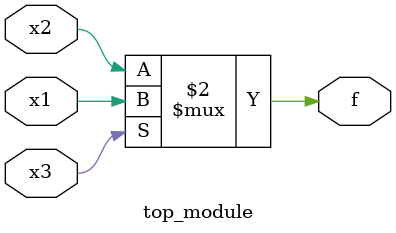
<source format=v>
module top_module(
    input  wire x3,
    input  wire x2,
    input  wire x1,
    output wire f
);
    
    assign f = (x3 == 0) ? x2 : x1;

endmodule

</source>
